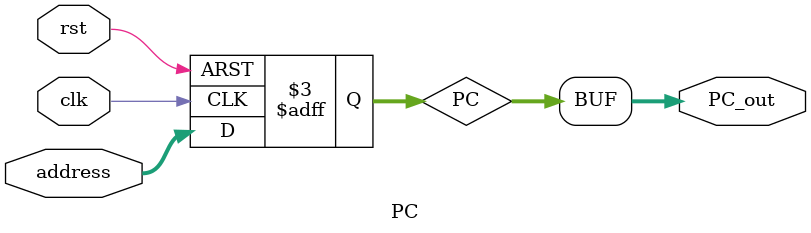
<source format=v>
`timescale 1ns / 1ps


module PC(
    input clk,
    input rst,
    input [31:0] address,
    output [31:0] PC_out

    );

    reg [31:0] PC;
    always @(posedge clk or negedge rst) begin
        if(!rst)
            PC <= 32'b0;
        else
          PC <= address;
    end

    assign PC_out = PC;

    
endmodule

</source>
